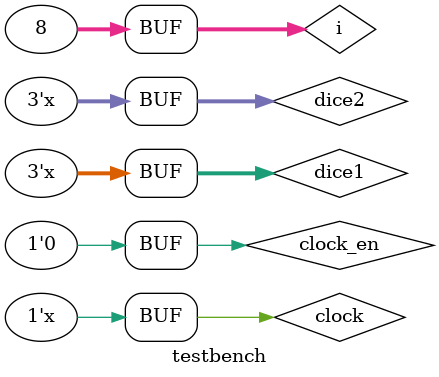
<source format=v>
`timescale 1ns / 1ps 

module testbench();

	reg clock;
	reg clock_en;
	reg [2:0] dice1;
	reg [2:0] dice2;
	wire [6:0] HEX0;
	wire [6:0] HEX1;
 

	// multiplier_mem instance
	Display UUT (
		 .clock(clock),
		 .clock_en(clock_en),
		 .dice1(dice1),
		 .dice2(dice2),
		 .HEX0(HEX0),
		 .HEX1(HEX1)
	);

	// Clock generation for writing
	always begin
		 #5 clock <= ~clock;
	end

	
	// Test stimulus
	integer i;
	initial begin
		//Initialize inputs
		clock_en <= 0; dice1 <= 0; dice2 <=1; clock <= 1;
		
		for (i = 0; i < 8; i = i + 1) begin
			#10
			dice1 <= dice1 + 1;
			dice2 <= dice2 + 1;
		end
		clock_en <= 1;
		for (i = 0; i < 8; i = i + 1) begin
			#10
			dice1 <= dice1 + 1;
			dice2 <= dice2 + 1;
		end
		clock_en <= 0;
		for (i = 0; i < 8; i = i + 1) begin
			#10
			dice1 <= dice1 + 1;
			dice2 <= dice2 + 1;
		end
	end

endmodule

</source>
